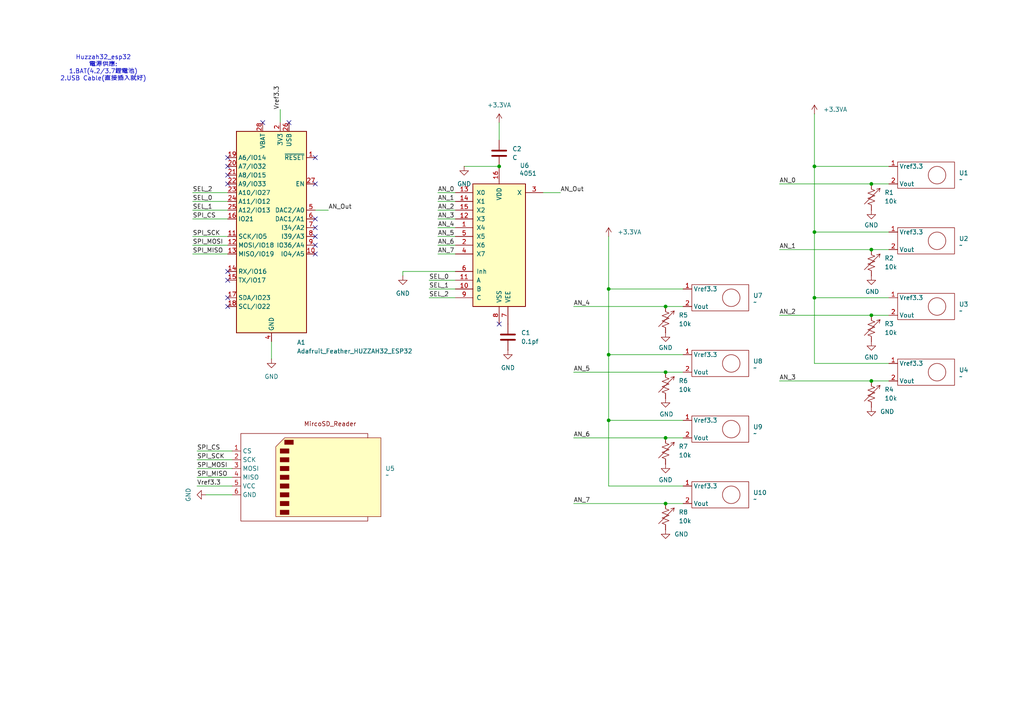
<source format=kicad_sch>
(kicad_sch (version 20231120) (generator "eeschema") (generator_version "8.0")
  (paper "A4")
  (lib_symbols
    (symbol "4xxx:4051" (pin_names (offset 1.016))
      (property "Reference" "U" (at -7.62 19.05 0))
      (property "Value" "4051" (at -7.62 -19.05 0))
      (symbol "4051_1_0"
        (pin passive line (at -12.7 5.08 0) (length 5.08) (name "X4") (number "1"))
        (pin input line (at -12.7 -12.7 0) (length 5.08) (name "B") (number "10"))
        (pin input line (at -12.7 -10.16 0) (length 5.08) (name "A") (number "11"))
        (pin passive line (at -12.7 7.62 0) (length 5.08) (name "X3") (number "12"))
        (pin passive line (at -12.7 15.24 0) (length 5.08) (name "X0") (number "13"))
        (pin passive line (at -12.7 12.7 0) (length 5.08) (name "X1") (number "14"))
        (pin passive line (at -12.7 10.16 0) (length 5.08) (name "X2") (number "15"))
        (pin power_in line (at 0 22.86 270) (length 5.08) (name "VDD") (number "16"))
        (pin passive line (at -12.7 0 0) (length 5.08) (name "X6") (number "2"))
        (pin passive line (at 12.7 15.24 180) (length 5.08) (name "X") (number "3"))
        (pin passive line (at -12.7 -2.54 0) (length 5.08) (name "X7") (number "4"))
        (pin passive line (at -12.7 2.54 0) (length 5.08) (name "X5") (number "5"))
        (pin input line (at -12.7 -7.62 0) (length 5.08) (name "Inh") (number "6"))
        (pin power_in line (at 2.54 -22.86 90) (length 5.08) (name "VEE") (number "7"))
        (pin power_in line (at 0 -22.86 90) (length 5.08) (name "VSS") (number "8"))
        (pin input line (at -12.7 -15.24 0) (length 5.08) (name "C") (number "9"))
      )
      (symbol "4051_1_1"
        (rectangle (start -7.62 17.78) (end 7.62 -17.78) (stroke (width 0.254)) (fill (type background)))
      )
    )
    (symbol "Device:C" (pin_numbers hide) (pin_names (offset 0.254))
      (property "Reference" "C" (at 0.635 2.54 0))
      (property "Value" "C" (at 0.635 -2.54 0))
      (symbol "C_0_1"
        (polyline (pts (xy -2.032 -0.762) (xy 2.032 -0.762)) (stroke (width 0.508)))
        (polyline (pts (xy -2.032 0.762) (xy 2.032 0.762)) (stroke (width 0.508)))
      )
      (symbol "C_1_1"
        (pin passive line (at 0 3.81 270) (length 2.794) (name "~") (number "1"))
        (pin passive line (at 0 -3.81 90) (length 2.794) (name "~") (number "2"))
      )
    )
    (symbol "Device:R_Variable_US" (pin_numbers hide) (pin_names (offset 0))
      (property "Reference" "R" (at 2.54 -2.54 90))
      (property "Value" "R_Variable_US" (at -2.54 -1.27 90))
      (symbol "R_Variable_US_0_1"
        (polyline (pts (xy 0 -2.286) (xy 0 -2.54)))
        (polyline (pts (xy 0 2.286) (xy 0 2.54)))
        (polyline (pts (xy 0 -0.762) (xy 1.016 -1.143) (xy 0 -1.524) (xy -1.016 -1.905) (xy 0 -2.286)))
        (polyline (pts (xy 0 0.762) (xy 1.016 0.381) (xy 0 0) (xy -1.016 -0.381) (xy 0 -0.762)))
        (polyline (pts (xy 0 2.286) (xy 1.016 1.905) (xy 0 1.524) (xy -1.016 1.143) (xy 0 0.762)) (stroke (width 0.1524)))
        (polyline (pts (xy 2.286 1.524) (xy 2.54 2.54) (xy 1.524 2.286) (xy 2.54 2.54) (xy -2.032 -2.032)) (stroke (width 0.1524)))
      )
      (symbol "R_Variable_US_1_1"
        (pin passive line (at 0 3.81 270) (length 1.27) (name "~") (number "1"))
        (pin passive line (at 0 -3.81 90) (length 1.27) (name "~") (number "2"))
      )
    )
    (symbol "MCU_Module:Adafruit_Feather_HUZZAH32_ESP32"
      (property "Reference" "A" (at -10.16 29.21 0))
      (property "Value" "Adafruit_Feather_HUZZAH32_ESP32" (at 2.54 -31.75 0))
      (symbol "Adafruit_Feather_HUZZAH32_ESP32_0_1"
        (rectangle (start -10.16 27.94) (end 10.16 -30.48) (stroke (width 0.254)) (fill (type background)))
      )
      (symbol "Adafruit_Feather_HUZZAH32_ESP32_1_1"
        (pin input line (at 12.7 20.32 180) (length 2.54) (name "~{RESET}") (number "1"))
        (pin bidirectional line (at 12.7 -7.62 180) (length 2.54) (name "IO4/A5") (number "10"))
        (pin bidirectional line (at -12.7 -2.54 0) (length 2.54) (name "SCK/IO5") (number "11"))
        (pin bidirectional line (at -12.7 -5.08 0) (length 2.54) (name "MOSI/IO18") (number "12"))
        (pin bidirectional line (at -12.7 -7.62 0) (length 2.54) (name "MISO/IO19") (number "13"))
        (pin bidirectional line (at -12.7 -12.7 0) (length 2.54) (name "RX/IO16") (number "14"))
        (pin bidirectional line (at -12.7 -15.24 0) (length 2.54) (name "TX/IO17") (number "15"))
        (pin bidirectional line (at -12.7 2.54 0) (length 2.54) (name "IO21") (number "16"))
        (pin bidirectional line (at -12.7 -20.32 0) (length 2.54) (name "SDA/IO23") (number "17"))
        (pin bidirectional line (at -12.7 -22.86 0) (length 2.54) (name "SCL/IO22") (number "18"))
        (pin bidirectional line (at -12.7 20.32 0) (length 2.54) (name "A6/IO14") (number "19"))
        (pin power_in line (at 2.54 30.48 270) (length 2.54) (name "3V3") (number "2"))
        (pin bidirectional line (at -12.7 17.78 0) (length 2.54) (name "A7/IO32") (number "20"))
        (pin bidirectional line (at -12.7 15.24 0) (length 2.54) (name "A8/IO15") (number "21"))
        (pin bidirectional line (at -12.7 12.7 0) (length 2.54) (name "A9/IO33") (number "22"))
        (pin bidirectional line (at -12.7 10.16 0) (length 2.54) (name "A10/IO27") (number "23"))
        (pin bidirectional line (at -12.7 7.62 0) (length 2.54) (name "A11/IO12") (number "24"))
        (pin bidirectional line (at -12.7 5.08 0) (length 2.54) (name "A12/IO13") (number "25"))
        (pin power_in line (at 5.08 30.48 270) (length 2.54) (name "USB") (number "26"))
        (pin input line (at 12.7 12.7 180) (length 2.54) (name "EN") (number "27"))
        (pin power_in line (at -2.54 30.48 270) (length 2.54) (name "VBAT") (number "28"))
        (pin no_connect line (at 10.16 10.16 180) (length 2.54) hide (name "NC") (number "3"))
        (pin power_in line (at 0 -33.02 90) (length 2.54) (name "GND") (number "4"))
        (pin bidirectional line (at 12.7 5.08 180) (length 2.54) (name "DAC2/A0") (number "5"))
        (pin bidirectional line (at 12.7 2.54 180) (length 2.54) (name "DAC1/A1") (number "6"))
        (pin bidirectional line (at 12.7 0 180) (length 2.54) (name "I34/A2") (number "7"))
        (pin bidirectional line (at 12.7 -2.54 180) (length 2.54) (name "I39/A3") (number "8"))
        (pin bidirectional line (at 12.7 -5.08 180) (length 2.54) (name "IO36/A4") (number "9"))
      )
    )
    (symbol "Own_Define:FSR402"
      (property "Reference" "U" (at 0 0 0))
      (symbol "FSR402_0_1"
        (rectangle (start -5.08 -1.27) (end 11.43 -8.89))
        (circle (center 6.35 -5.08) (radius 2.54))
      )
      (symbol "FSR402_1_1"
        (pin input line (at -7.62 -2.54 0) (length 2.54) (name "Vref3.3") (number "1"))
        (pin output line (at -7.62 -7.62 0) (length 2.54) (name "Vout") (number "2"))
      )
    )
    (symbol "Own_Define:MicroSD_Reader"
      (property "Reference" "U" (at 0 3.048 0))
      (symbol "MicroSD_Reader_0_1"
        (rectangle (start -7.62 -24.765) (end -5.08 -26.035) (fill (type outline)))
        (rectangle (start -7.62 -22.225) (end -5.08 -23.495) (fill (type outline)))
        (rectangle (start -7.62 -19.685) (end -5.08 -20.955) (fill (type outline)))
        (rectangle (start -7.62 -17.145) (end -5.08 -18.415) (fill (type outline)))
        (rectangle (start -7.62 -14.605) (end -5.08 -15.875) (fill (type outline)))
        (rectangle (start -7.62 -12.065) (end -5.08 -13.335) (fill (type outline)))
        (rectangle (start -7.62 -9.525) (end -5.08 -10.795) (fill (type outline)))
        (rectangle (start -7.62 -6.985) (end -5.08 -8.255) (fill (type outline)))
        (rectangle (start -6.35 -4.445) (end -3.81 -5.715) (fill (type outline)))
        (polyline (pts (xy -8.89 -6.35) (xy -6.35 -3.81) (xy 21.59 -3.81) (xy 21.59 -26.67) (xy -8.89 -26.67) (xy -8.89 -6.35)) (fill (type background)))
        (polyline (pts (xy 17.78 -3.81) (xy 17.78 -2.54) (xy -19.05 -2.54) (xy -19.05 -27.94) (xy 17.78 -27.94) (xy 17.78 -26.67)))
      )
      (symbol "MicroSD_Reader_1_1"
        (text "MircoSD_Reader\n" (at 6.858 0.254 0) (effects (font (size 1.27 1.27))))
        (pin input line (at -21.59 -7.62 0) (length 2.54) (name "CS") (number "1"))
        (pin input line (at -21.59 -10.16 0) (length 2.54) (name "SCK") (number "2"))
        (pin input line (at -21.59 -12.7 0) (length 2.54) (name "MOSI") (number "3"))
        (pin input line (at -21.59 -15.24 0) (length 2.54) (name "MISO") (number "4"))
        (pin power_in line (at -21.59 -17.78 0) (length 2.54) (name "VCC") (number "5"))
        (pin power_out line (at -21.59 -20.32 0) (length 2.54) (name "GND") (number "6"))
      )
    )
    (symbol "power:+3.3VA" (power) (pin_numbers hide) (pin_names (offset 0) hide)
      (property "Value" "+3.3VA" (at 0 3.556 0))
      (symbol "+3.3VA_0_1"
        (polyline (pts (xy -0.762 1.27) (xy 0 2.54)))
        (polyline (pts (xy 0 0) (xy 0 2.54)))
        (polyline (pts (xy 0 2.54) (xy 0.762 1.27)))
      )
      (symbol "+3.3VA_1_1"
        (pin power_in line (at 0 0 90) (length 0) (name "~") (number "1"))
      )
    )
    (symbol "power:GND" (power) (pin_numbers hide) (pin_names (offset 0) hide)
      (property "Value" "GND" (at 0 -3.81 0))
      (symbol "GND_0_1"
        (polyline (pts (xy 0 0) (xy 0 -1.27) (xy 1.27 -1.27) (xy 0 -2.54) (xy -1.27 -1.27) (xy 0 -1.27)))
      )
      (symbol "GND_1_1"
        (pin power_in line (at 0 0 270) (length 0) (name "~") (number "1"))
      )
    )
    (symbol "power:GND1" (power) (pin_numbers hide) (pin_names (offset 0) hide)
      (property "Value" "GND1" (at 0 -3.81 0))
      (symbol "GND1_0_1"
        (polyline (pts (xy 0 0) (xy 0 -1.27) (xy 1.27 -1.27) (xy 0 -2.54) (xy -1.27 -1.27) (xy 0 -1.27)))
      )
      (symbol "GND1_1_1"
        (pin power_in line (at 0 0 270) (length 0) (name "~") (number "1"))
      )
    )
  )
  (junction (at 236.22 67.31))
  (junction (at 236.22 86.36))
  (junction (at 193.04 127))
  (junction (at 193.04 146.05))
  (junction (at 252.73 53.34))
  (junction (at 144.78 48.26))
  (junction (at 193.04 107.95))
  (junction (at 193.04 88.9))
  (junction (at 176.53 121.92))
  (junction (at 176.53 83.82))
  (junction (at 236.22 48.26))
  (junction (at 176.53 102.87))
  (junction (at 252.73 110.49))
  (junction (at 252.73 91.44))
  (junction (at 252.73 72.39))
  (no_connect (at 76.2 35.56))
  (no_connect (at 66.04 88.9))
  (no_connect (at 66.04 86.36))
  (no_connect (at 91.44 45.72))
  (no_connect (at 66.04 53.34))
  (no_connect (at 144.78 93.98))
  (no_connect (at 91.44 53.34))
  (no_connect (at 66.04 48.26))
  (no_connect (at 66.04 50.8))
  (no_connect (at 66.04 45.72))
  (no_connect (at 91.44 68.58))
  (no_connect (at 83.82 35.56))
  (no_connect (at 91.44 73.66))
  (no_connect (at 91.44 66.04))
  (no_connect (at 66.04 81.28))
  (no_connect (at 91.44 71.12))
  (no_connect (at 66.04 78.74))
  (no_connect (at 91.44 63.5))
  (wire (pts (xy 78.74 99.06) (xy 78.74 104.14)))
  (wire (pts (xy 166.37 127) (xy 193.04 127)))
  (wire (pts (xy 81.28 31.75) (xy 81.28 35.56)))
  (wire (pts (xy 127 71.12) (xy 132.08 71.12)))
  (wire (pts (xy 236.22 33.02) (xy 236.22 48.26)))
  (wire (pts (xy 116.84 78.74) (xy 116.84 80.01)))
  (wire (pts (xy 176.53 83.82) (xy 176.53 102.87)))
  (wire (pts (xy 236.22 86.36) (xy 236.22 105.41)))
  (wire (pts (xy 176.53 102.87) (xy 176.53 121.92)))
  (wire (pts (xy 193.04 127) (xy 198.12 127)))
  (wire (pts (xy 226.06 53.34) (xy 252.73 53.34)))
  (wire (pts (xy 127 60.96) (xy 132.08 60.96)))
  (wire (pts (xy 236.22 67.31) (xy 257.81 67.31)))
  (wire (pts (xy 55.88 68.58) (xy 66.04 68.58)))
  (wire (pts (xy 176.53 121.92) (xy 198.12 121.92)))
  (wire (pts (xy 55.88 71.12) (xy 66.04 71.12)))
  (wire (pts (xy 157.48 55.88) (xy 162.56 55.88)))
  (wire (pts (xy 57.15 138.43) (xy 67.31 138.43)))
  (wire (pts (xy 257.81 48.26) (xy 236.22 48.26)))
  (wire (pts (xy 124.46 81.28) (xy 132.08 81.28)))
  (wire (pts (xy 236.22 86.36) (xy 257.81 86.36)))
  (wire (pts (xy 236.22 105.41) (xy 257.81 105.41)))
  (wire (pts (xy 166.37 146.05) (xy 193.04 146.05)))
  (wire (pts (xy 124.46 83.82) (xy 132.08 83.82)))
  (wire (pts (xy 116.84 78.74) (xy 132.08 78.74)))
  (wire (pts (xy 176.53 68.58) (xy 176.53 83.82)))
  (wire (pts (xy 176.53 102.87) (xy 198.12 102.87)))
  (wire (pts (xy 144.78 35.56) (xy 144.78 40.64)))
  (wire (pts (xy 134.62 48.26) (xy 144.78 48.26)))
  (wire (pts (xy 55.88 58.42) (xy 66.04 58.42)))
  (wire (pts (xy 226.06 91.44) (xy 252.73 91.44)))
  (wire (pts (xy 55.88 73.66) (xy 66.04 73.66)))
  (wire (pts (xy 127 68.58) (xy 132.08 68.58)))
  (wire (pts (xy 127 73.66) (xy 132.08 73.66)))
  (wire (pts (xy 166.37 88.9) (xy 193.04 88.9)))
  (wire (pts (xy 198.12 83.82) (xy 176.53 83.82)))
  (wire (pts (xy 59.69 143.51) (xy 67.31 143.51)))
  (wire (pts (xy 55.88 60.96) (xy 66.04 60.96)))
  (wire (pts (xy 124.46 86.36) (xy 132.08 86.36)))
  (wire (pts (xy 57.15 133.35) (xy 67.31 133.35)))
  (wire (pts (xy 166.37 107.95) (xy 193.04 107.95)))
  (wire (pts (xy 193.04 107.95) (xy 198.12 107.95)))
  (wire (pts (xy 193.04 146.05) (xy 198.12 146.05)))
  (wire (pts (xy 127 63.5) (xy 132.08 63.5)))
  (wire (pts (xy 57.15 135.89) (xy 67.31 135.89)))
  (wire (pts (xy 252.73 110.49) (xy 257.81 110.49)))
  (wire (pts (xy 252.73 91.44) (xy 257.81 91.44)))
  (wire (pts (xy 127 66.04) (xy 132.08 66.04)))
  (wire (pts (xy 226.06 72.39) (xy 252.73 72.39)))
  (wire (pts (xy 55.88 63.5) (xy 66.04 63.5)))
  (wire (pts (xy 236.22 48.26) (xy 236.22 67.31)))
  (wire (pts (xy 252.73 72.39) (xy 257.81 72.39)))
  (wire (pts (xy 176.53 140.97) (xy 198.12 140.97)))
  (wire (pts (xy 236.22 67.31) (xy 236.22 86.36)))
  (wire (pts (xy 226.06 110.49) (xy 252.73 110.49)))
  (wire (pts (xy 57.15 130.81) (xy 67.31 130.81)))
  (wire (pts (xy 91.44 60.96) (xy 95.25 60.96)))
  (wire (pts (xy 176.53 121.92) (xy 176.53 140.97)))
  (wire (pts (xy 57.15 140.97) (xy 67.31 140.97)))
  (wire (pts (xy 127 55.88) (xy 132.08 55.88)))
  (wire (pts (xy 127 58.42) (xy 132.08 58.42)))
  (wire (pts (xy 55.88 55.88) (xy 66.04 55.88)))
  (wire (pts (xy 193.04 88.9) (xy 198.12 88.9)))
  (wire (pts (xy 252.73 53.34) (xy 257.81 53.34)))
  (text "Huzzah32_esp32\n電源供應:\n1.BAT(4.2/3.7鋰電池)\n2.USB Cable(直接插入就好)" (at 29.972 19.812 0) (effects (font (size 1.27 1.27))))
  (label "AN_7" (at 127 73.66 0))
  (label "SEL_1" (at 55.88 60.96 0))
  (label "SEL_0" (at 55.88 58.42 0))
  (label "AN_2" (at 127 60.96 0))
  (label "SEL_2" (at 55.88 55.88 0))
  (label "SPI_CS" (at 55.88 63.5 0))
  (label "SEL_1" (at 124.46 83.82 0))
  (label "Vref3.3" (at 57.15 140.97 0))
  (label "AN_6" (at 166.37 127 0))
  (label "AN_1" (at 226.06 72.39 0))
  (label "AN_1" (at 127 58.42 0))
  (label "AN_Out" (at 95.25 60.96 0))
  (label "SPI_MOSI" (at 57.15 135.89 0))
  (label "AN_5" (at 127 68.58 0))
  (label "AN_3" (at 127 63.5 0))
  (label "SPI_MOSI" (at 55.88 71.12 0))
  (label "AN_7" (at 166.37 146.05 0))
  (label "AN_0" (at 226.06 53.34 0))
  (label "SPI_SCK" (at 55.88 68.58 0))
  (label "SPI_MISO" (at 55.88 73.66 0))
  (label "AN_0" (at 127 55.88 0))
  (label "SEL_0" (at 124.46 81.28 0))
  (label "AN_2" (at 226.06 91.44 0))
  (label "AN_6" (at 127 71.12 0))
  (label "SEL_2" (at 124.46 86.36 0))
  (label "AN_4" (at 166.37 88.9 0))
  (label "AN_5" (at 166.37 107.95 0))
  (label "SPI_SCK" (at 57.15 133.35 0))
  (label "AN_3" (at 226.06 110.49 0))
  (label "AN_Out" (at 162.56 55.88 0))
  (label "SPI_MISO" (at 57.15 138.43 0))
  (label "AN_4" (at 127 66.04 0))
  (label "SPI_CS" (at 57.15 130.81 0))
  (label "Vref3.3" (at 81.28 31.75 90))
  (symbol (lib_id "power:GND1") (at 193.04 153.67 0) (unit 1)
    (property "Reference" "#PWR016" (effects (hide yes)))
    (property "Value" "GND" (at 195.58 154.9399 0) (effects (justify left)))
    (property "Description" "Power symbol creates a global label with name \"GND1\" , ground" (effects (hide yes)))
  )
  (symbol (lib_id "Own_Define:MicroSD_Reader") (at 88.9 123.19 0) (unit 1)
    (property "Reference" "U5" (at 111.76 135.8871 0) (effects (justify left)))
    (property "Value" "~" (at 111.76 137.7922 0) (effects (justify left)))
  )
  (symbol (lib_id "Device:R_Variable_US") (at 193.04 92.71 0) (unit 1)
    (property "Reference" "R5" (at 196.85 91.4018 0) (effects (justify left)))
    (property "Value" "10k" (at 196.85 93.9418 0) (effects (justify left)))
    (property "Description" "Variable resistor, US symbol" (effects (hide yes)))
  )
  (symbol (lib_id "Device:R_Variable_US") (at 252.73 76.2 0) (unit 1)
    (property "Reference" "R2" (at 256.54 74.8918 0) (effects (justify left)))
    (property "Value" "10k" (at 256.54 77.4318 0) (effects (justify left)))
    (property "Description" "Variable resistor, US symbol" (effects (hide yes)))
  )
  (symbol (lib_id "Own_Define:FSR402") (at 205.74 100.33 0) (unit 1)
    (property "Reference" "U8" (at 218.44 104.7749 0) (effects (justify left)))
    (property "Value" "~" (at 218.44 106.68 0) (effects (justify left)))
  )
  (symbol (lib_id "4xxx:4051") (at 144.78 71.12 0) (unit 1)
    (property "Reference" "U6" (at 152.146 48.006 0))
    (property "Value" "4051" (at 153.162 50.292 0))
    (property "Datasheet" "http://www.intersil.com/content/dam/Intersil/documents/cd40/cd4051bms-52bms-53bms.pdf" (effects (hide yes)))
    (property "Description" "Analog Multiplexer 8 to 1 lins" (effects (hide yes)))
  )
  (symbol (lib_id "power:GND") (at 116.84 80.01 0) (unit 1)
    (property "Reference" "#PWR07" (effects (hide yes)))
    (property "Value" "GND" (at 116.84 85.09 0))
    (property "Description" "Power symbol creates a global label with name \"GND\" , ground" (effects (hide yes)))
  )
  (symbol (lib_id "Device:C") (at 144.78 44.45 0) (unit 1)
    (property "Reference" "C2" (at 148.59 43.1799 0) (effects (justify left)))
    (property "Value" "C" (at 148.59 45.7199 0) (effects (justify left)))
    (property "Description" "Unpolarized capacitor" (effects (hide yes)))
  )
  (symbol (lib_id "power:GND1") (at 252.73 99.06 0) (unit 1)
    (property "Reference" "#PWR04" (effects (hide yes)))
    (property "Value" "GND" (at 252.73 103.632 0))
    (property "Description" "Power symbol creates a global label with name \"GND1\" , ground" (effects (hide yes)))
  )
  (symbol (lib_id "Own_Define:FSR402") (at 265.43 64.77 0) (unit 1)
    (property "Reference" "U2" (at 278.13 69.2149 0) (effects (justify left)))
    (property "Value" "~" (at 278.13 71.12 0) (effects (justify left)))
  )
  (symbol (lib_id "Device:R_Variable_US") (at 252.73 57.15 0) (unit 1)
    (property "Reference" "R1" (at 256.54 55.8418 0) (effects (justify left)))
    (property "Value" "10k" (at 256.54 58.3818 0) (effects (justify left)))
    (property "Description" "Variable resistor, US symbol" (effects (hide yes)))
  )
  (symbol (lib_id "power:GND1") (at 252.73 60.96 0) (unit 1)
    (property "Reference" "#PWR02" (effects (hide yes)))
    (property "Value" "GND" (at 252.73 65.278 0))
    (property "Description" "Power symbol creates a global label with name \"GND1\" , ground" (effects (hide yes)))
  )
  (symbol (lib_id "power:GND1") (at 193.04 115.57 0) (unit 1)
    (property "Reference" "#PWR014" (effects (hide yes)))
    (property "Value" "GND" (at 193.294 120.142 0))
    (property "Description" "Power symbol creates a global label with name \"GND1\" , ground" (effects (hide yes)))
  )
  (symbol (lib_id "power:+3.3VA") (at 144.78 35.56 0) (unit 1)
    (property "Reference" "#PWR010" (effects (hide yes)))
    (property "Value" "+3.3VA" (at 144.78 30.48 0))
    (property "Description" "Power symbol creates a global label with name \"+3.3VA\"" (effects (hide yes)))
  )
  (symbol (lib_id "Device:R_Variable_US") (at 193.04 111.76 0) (unit 1)
    (property "Reference" "R6" (at 196.85 110.4518 0) (effects (justify left)))
    (property "Value" "10k" (at 196.85 112.9918 0) (effects (justify left)))
    (property "Description" "Variable resistor, US symbol" (effects (hide yes)))
  )
  (symbol (lib_id "Device:R_Variable_US") (at 193.04 149.86 0) (unit 1)
    (property "Reference" "R8" (at 196.85 148.5518 0) (effects (justify left)))
    (property "Value" "10k" (at 196.85 151.0918 0) (effects (justify left)))
    (property "Description" "Variable resistor, US symbol" (effects (hide yes)))
  )
  (symbol (lib_id "Own_Define:FSR402") (at 205.74 81.28 0) (unit 1)
    (property "Reference" "U7" (at 218.44 85.7249 0) (effects (justify left)))
    (property "Value" "~" (at 218.44 87.63 0) (effects (justify left)))
  )
  (symbol (lib_id "power:GND") (at 147.32 101.6 0) (unit 1)
    (property "Reference" "#PWR09" (effects (hide yes)))
    (property "Value" "GND" (at 147.32 106.68 0))
    (property "Description" "Power symbol creates a global label with name \"GND\" , ground" (effects (hide yes)))
  )
  (symbol (lib_id "power:GND") (at 134.62 48.26 0) (unit 1)
    (property "Reference" "#PWR06" (effects (hide yes)))
    (property "Value" "GND" (at 134.62 53.34 0))
    (property "Description" "Power symbol creates a global label with name \"GND\" , ground" (effects (hide yes)))
  )
  (symbol (lib_id "Device:R_Variable_US") (at 252.73 95.25 0) (unit 1)
    (property "Reference" "R3" (at 256.54 93.9418 0) (effects (justify left)))
    (property "Value" "10k" (at 256.54 96.4818 0) (effects (justify left)))
    (property "Description" "Variable resistor, US symbol" (effects (hide yes)))
  )
  (symbol (lib_id "MCU_Module:Adafruit_Feather_HUZZAH32_ESP32") (at 78.74 66.04 0) (unit 1)
    (property "Reference" "A1" (at 86.106 99.314 0) (effects (justify left)))
    (property "Value" "Adafruit_Feather_HUZZAH32_ESP32" (at 86.106 101.854 0) (effects (justify left)))
    (property "Footprint" "Module:Adafruit_Feather" (effects (hide yes)))
    (property "Datasheet" "https://cdn-learn.adafruit.com/downloads/pdf/adafruit-huzzah32-esp32-feather.pdf" (effects (hide yes)))
    (property "Description" "Microcontroller module with ESP32 MCU" (effects (hide yes)))
  )
  (symbol (lib_id "Own_Define:FSR402") (at 265.43 45.72 0) (unit 1)
    (property "Reference" "U1" (at 278.13 50.1649 0) (effects (justify left)))
    (property "Value" "~" (at 278.13 52.07 0) (effects (justify left)))
  )
  (symbol (lib_id "power:+3.3VA") (at 236.22 33.02 0) (unit 1)
    (property "Reference" "#PWR01" (effects (hide yes)))
    (property "Value" "+3.3VA" (at 238.76 31.7499 0) (effects (justify left)))
    (property "Description" "Power symbol creates a global label with name \"+3.3VA\"" (effects (hide yes)))
  )
  (symbol (lib_id "Own_Define:FSR402") (at 265.43 83.82 0) (unit 1)
    (property "Reference" "U3" (at 278.13 88.2649 0) (effects (justify left)))
    (property "Value" "~" (at 278.13 90.17 0) (effects (justify left)))
  )
  (symbol (lib_id "Own_Define:FSR402") (at 205.74 119.38 0) (unit 1)
    (property "Reference" "U9" (at 218.44 123.8249 0) (effects (justify left)))
    (property "Value" "~" (at 218.44 125.73 0) (effects (justify left)))
  )
  (symbol (lib_id "Device:C") (at 147.32 97.79 0) (unit 1)
    (property "Reference" "C1" (at 151.13 96.5199 0) (effects (justify left)))
    (property "Value" "0.1pf" (at 151.13 99.0599 0) (effects (justify left)))
    (property "Description" "Unpolarized capacitor" (effects (hide yes)))
  )
  (symbol (lib_id "power:GND1") (at 252.73 118.11 0) (unit 1)
    (property "Reference" "#PWR05" (effects (hide yes)))
    (property "Value" "GND" (at 255.27 119.3799 0) (effects (justify left)))
    (property "Description" "Power symbol creates a global label with name \"GND1\" , ground" (effects (hide yes)))
  )
  (symbol (lib_id "power:+3.3VA") (at 176.53 68.58 0) (unit 1)
    (property "Reference" "#PWR012" (effects (hide yes)))
    (property "Value" "+3.3VA" (at 179.07 67.3099 0) (effects (justify left)))
    (property "Description" "Power symbol creates a global label with name \"+3.3VA\"" (effects (hide yes)))
  )
  (symbol (lib_id "power:GND1") (at 193.04 96.52 0) (unit 1)
    (property "Reference" "#PWR013" (effects (hide yes)))
    (property "Value" "GND" (at 193.04 100.838 0))
    (property "Description" "Power symbol creates a global label with name \"GND1\" , ground" (effects (hide yes)))
  )
  (symbol (lib_id "power:GND") (at 59.69 143.51 270) (unit 1)
    (property "Reference" "#PWR011" (effects (hide yes)))
    (property "Value" "GND" (at 54.61 143.51 0))
    (property "Description" "Power symbol creates a global label with name \"GND\" , ground" (effects (hide yes)))
  )
  (symbol (lib_id "power:GND") (at 78.74 104.14 0) (unit 1)
    (property "Reference" "#PWR08" (effects (hide yes)))
    (property "Value" "GND" (at 78.74 109.22 0))
    (property "Description" "Power symbol creates a global label with name \"GND\" , ground" (effects (hide yes)))
  )
  (symbol (lib_id "Device:R_Variable_US") (at 252.73 114.3 0) (unit 1)
    (property "Reference" "R4" (at 256.54 112.9918 0) (effects (justify left)))
    (property "Value" "10k" (at 256.54 115.5318 0) (effects (justify left)))
    (property "Description" "Variable resistor, US symbol" (effects (hide yes)))
  )
  (symbol (lib_id "Own_Define:FSR402") (at 205.74 138.43 0) (unit 1)
    (property "Reference" "U10" (at 218.44 142.8749 0) (effects (justify left)))
    (property "Value" "~" (at 218.44 144.78 0) (effects (justify left)))
  )
  (symbol (lib_id "Device:R_Variable_US") (at 193.04 130.81 0) (unit 1)
    (property "Reference" "R7" (at 196.85 129.5018 0) (effects (justify left)))
    (property "Value" "10k" (at 196.85 132.0418 0) (effects (justify left)))
    (property "Description" "Variable resistor, US symbol" (effects (hide yes)))
  )
  (symbol (lib_id "power:GND1") (at 193.04 134.62 0) (unit 1)
    (property "Reference" "#PWR015" (effects (hide yes)))
    (property "Value" "GND" (at 193.04 139.192 0))
    (property "Description" "Power symbol creates a global label with name \"GND1\" , ground" (effects (hide yes)))
  )
  (symbol (lib_id "Own_Define:FSR402") (at 265.43 102.87 0) (unit 1)
    (property "Reference" "U4" (at 278.13 107.3149 0) (effects (justify left)))
    (property "Value" "~" (at 278.13 109.22 0) (effects (justify left)))
  )
  (symbol (lib_id "power:GND1") (at 252.73 80.01 0) (unit 1)
    (property "Reference" "#PWR03" (effects (hide yes)))
    (property "Value" "GND" (at 252.984 84.582 0))
    (property "Description" "Power symbol creates a global label with name \"GND1\" , ground" (effects (hide yes)))
  )
)
</source>
